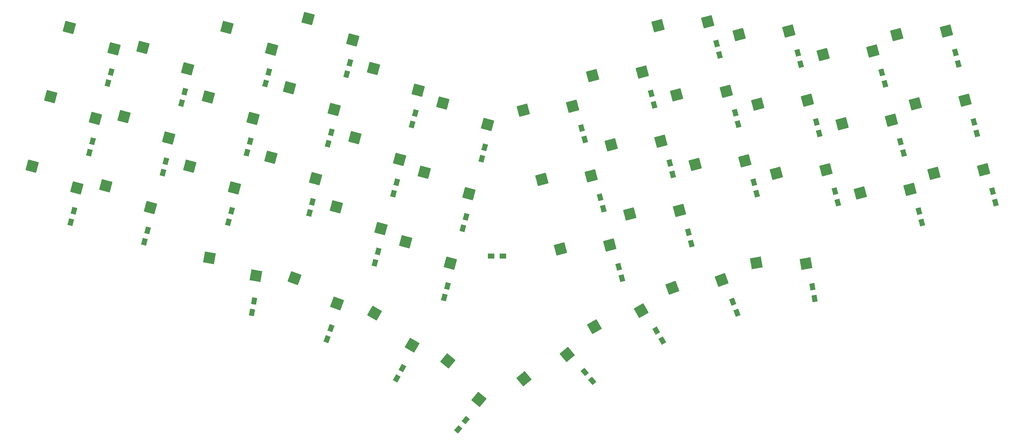
<source format=gbp>
G04 #@! TF.GenerationSoftware,KiCad,Pcbnew,(6.0.0)*
G04 #@! TF.CreationDate,2023-08-21T19:05:23+03:00*
G04 #@! TF.ProjectId,choctopus44,63686f63-746f-4707-9573-34342e6b6963,1.0 Prototype*
G04 #@! TF.SameCoordinates,Original*
G04 #@! TF.FileFunction,Paste,Bot*
G04 #@! TF.FilePolarity,Positive*
%FSLAX46Y46*%
G04 Gerber Fmt 4.6, Leading zero omitted, Abs format (unit mm)*
G04 Created by KiCad (PCBNEW (6.0.0)) date 2023-08-21 19:05:23*
%MOMM*%
%LPD*%
G01*
G04 APERTURE LIST*
G04 Aperture macros list*
%AMRotRect*
0 Rectangle, with rotation*
0 The origin of the aperture is its center*
0 $1 length*
0 $2 width*
0 $3 Rotation angle, in degrees counterclockwise*
0 Add horizontal line*
21,1,$1,$2,0,0,$3*%
G04 Aperture macros list end*
%ADD10RotRect,2.600000X2.600000X345.000000*%
%ADD11RotRect,2.600000X2.600000X350.000000*%
%ADD12RotRect,2.600000X2.600000X340.000000*%
%ADD13RotRect,2.600000X2.600000X330.000000*%
%ADD14RotRect,2.600000X2.600000X30.000000*%
%ADD15RotRect,2.600000X2.600000X20.000000*%
%ADD16RotRect,2.600000X2.600000X40.000000*%
%ADD17RotRect,1.600000X1.200000X255.000000*%
%ADD18RotRect,1.600000X1.200000X285.000000*%
%ADD19RotRect,1.600000X1.200000X260.000000*%
%ADD20RotRect,1.600000X1.200000X250.000000*%
%ADD21RotRect,1.600000X1.200000X240.000000*%
%ADD22RotRect,1.600000X1.200000X310.000000*%
%ADD23RotRect,1.600000X1.200000X300.000000*%
%ADD24RotRect,2.600000X2.600000X15.000000*%
%ADD25RotRect,2.600000X2.600000X10.000000*%
%ADD26RotRect,1.600000X1.200000X290.000000*%
%ADD27RotRect,1.600000X1.200000X280.000000*%
%ADD28R,1.600000X1.200000*%
%ADD29RotRect,2.600000X2.600000X320.000000*%
%ADD30RotRect,1.600000X1.200000X230.000000*%
G04 APERTURE END LIST*
D10*
X34675620Y-94638688D03*
X45262662Y-99753085D03*
X52104330Y-99315497D03*
X62691372Y-104429894D03*
X72006485Y-94652340D03*
X82593527Y-99766737D03*
X91213893Y-92510224D03*
X101800935Y-97624621D03*
X123182154Y-112540664D03*
X133769196Y-117655061D03*
D11*
X76681870Y-116421696D03*
X87674374Y-120593910D03*
D12*
X96809240Y-121236073D03*
X106910245Y-127253729D03*
D13*
X115810129Y-129478844D03*
X124712722Y-137159100D03*
D14*
X167831859Y-132753844D03*
X178934452Y-128884100D03*
D15*
X186356321Y-123476305D03*
X197962215Y-121593296D03*
D16*
X151192515Y-145101098D03*
X161454461Y-139362199D03*
D17*
X52651779Y-74938786D03*
X53376473Y-72234194D03*
X70067041Y-79654571D03*
X70791735Y-76949979D03*
X89980901Y-74972361D03*
X90705595Y-72267769D03*
X109197154Y-72790867D03*
X109921848Y-70086275D03*
X141156570Y-92860685D03*
X141881264Y-90156093D03*
X48250531Y-91397824D03*
X48975225Y-88693232D03*
X65635908Y-96110994D03*
X66360602Y-93406402D03*
X85580525Y-91421437D03*
X86305219Y-88716845D03*
X104794163Y-89269828D03*
X105518857Y-86565236D03*
X136745360Y-109318851D03*
X137470054Y-106614259D03*
X43836707Y-107885875D03*
X44561401Y-105181283D03*
X61265417Y-112562684D03*
X61990111Y-109858092D03*
X81167572Y-107899527D03*
X81892266Y-105194935D03*
X100374980Y-105757411D03*
X101099674Y-103052819D03*
X132343241Y-125787851D03*
X133067935Y-123083259D03*
D18*
X165565309Y-88260603D03*
X164840615Y-85556011D03*
X182035347Y-80084030D03*
X181310653Y-77379438D03*
X216740978Y-70372279D03*
X216016284Y-67667687D03*
X236654837Y-75054489D03*
X235930143Y-72349897D03*
X254070100Y-70338704D03*
X253345406Y-67634112D03*
X169976518Y-104718769D03*
X169251824Y-102014177D03*
X186425761Y-96533977D03*
X185701067Y-93829385D03*
X221141354Y-86821355D03*
X220416660Y-84116763D03*
X241085971Y-91510912D03*
X240361277Y-88806320D03*
X258471348Y-86797742D03*
X257746654Y-84093150D03*
X174382347Y-121192296D03*
X173657653Y-118487704D03*
X190824394Y-112963129D03*
X190099700Y-110258537D03*
X225554306Y-103299445D03*
X224829612Y-100594853D03*
X245456461Y-107962602D03*
X244731767Y-105258010D03*
X262885172Y-103285793D03*
X262160478Y-100581201D03*
D19*
X86756893Y-129378731D03*
X87243107Y-126621269D03*
D20*
X104521172Y-135664802D03*
X105478828Y-133033662D03*
D21*
X121000000Y-145000000D03*
X122400000Y-142575128D03*
D22*
X167393031Y-145584889D03*
X165593225Y-143439965D03*
D23*
X183950000Y-136047372D03*
X182550000Y-133622500D03*
D17*
X115897484Y-117563211D03*
X116622178Y-114858619D03*
X124686531Y-84684112D03*
X125411225Y-81979520D03*
D10*
X106736397Y-104316024D03*
X117323439Y-109430421D03*
D17*
X120296117Y-101134059D03*
X121020811Y-98429467D03*
D10*
X56474821Y-82863807D03*
X67061863Y-87978204D03*
X39089444Y-78150637D03*
X49676486Y-83265034D03*
X95633076Y-76022641D03*
X106220118Y-81137038D03*
X127584273Y-96071664D03*
X138171315Y-101186061D03*
X111135030Y-87886872D03*
X121722072Y-93001269D03*
X76419438Y-78174250D03*
X87006480Y-83288647D03*
X131995483Y-79613498D03*
X142582525Y-84727895D03*
X115525444Y-71436925D03*
X126112486Y-76551322D03*
X80819814Y-61725174D03*
X91406856Y-66839571D03*
X43490692Y-61691599D03*
X54077734Y-66805996D03*
X60905954Y-66407384D03*
X71492996Y-71521781D03*
X100036067Y-59543680D03*
X110623109Y-64658077D03*
D24*
X167469620Y-73132108D03*
X179195465Y-72267785D03*
X239504373Y-63386782D03*
X251230218Y-62522459D03*
X222089110Y-68102567D03*
X233814955Y-67238244D03*
X202175251Y-63420357D03*
X213901096Y-62556034D03*
X150999582Y-81308681D03*
X162725427Y-80444358D03*
X206575627Y-79869433D03*
X218301472Y-79005110D03*
X155410791Y-97766847D03*
X167136636Y-96902524D03*
X176258667Y-106011207D03*
X187984512Y-105146884D03*
X230890734Y-101010680D03*
X242616579Y-100146357D03*
X243905621Y-79845820D03*
X255631466Y-78981497D03*
X171860034Y-89582055D03*
X183585879Y-88717732D03*
X226520244Y-84558990D03*
X238246089Y-83694667D03*
X248319445Y-96333871D03*
X260045290Y-95469548D03*
X210988579Y-96347523D03*
X222714424Y-95483200D03*
X182958997Y-61238863D03*
X194684842Y-60374540D03*
D18*
X206341539Y-101157798D03*
X205616845Y-98453206D03*
X201927715Y-84669746D03*
X201203021Y-81965154D03*
X197524724Y-68190785D03*
X196800030Y-65486193D03*
D24*
X187361988Y-77717824D03*
X199087833Y-76853501D03*
X191775812Y-94205876D03*
X203501657Y-93341553D03*
X159812911Y-114235847D03*
X171538756Y-113371524D03*
D25*
X206191548Y-117559092D03*
X217948103Y-117720032D03*
D26*
X201623778Y-129466338D03*
X200666122Y-126835198D03*
D27*
X220000000Y-126000000D03*
X219513786Y-123242538D03*
D28*
X143350000Y-116000000D03*
X146150000Y-116000000D03*
D29*
X133110792Y-140890839D03*
X140544472Y-150000334D03*
D30*
X135600097Y-157072462D03*
X137399903Y-154927538D03*
M02*

</source>
